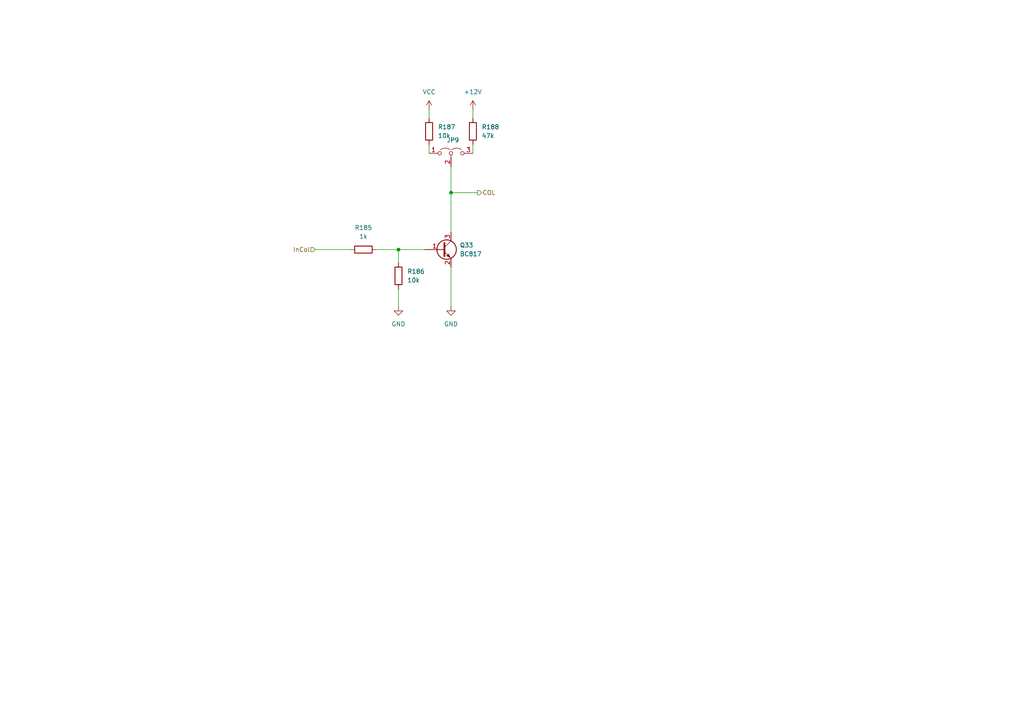
<source format=kicad_sch>
(kicad_sch (version 20211123) (generator eeschema)
  (paper "A4")
  (lib_symbols
    (symbol "Device:R" (pin_numbers hide) (pin_names (offset 0))
      (property "Reference" "R" (at 2.032 0 90))
      (property "Value" "R" (at 0 0 90))
      (symbol "R_0_1"
        (rectangle (start -1.016 -2.54) (end 1.016 2.54) (stroke (width 0.254)))
      )
      (symbol "R_1_1"
        (pin passive line (at 0 3.81 270) (length 1.27) (name "~") (number "1"))
        (pin passive line (at 0 -3.81 90) (length 1.27) (name "~") (number "2"))
      )
    )
    (symbol "Jumper:Jumper_3_Open" (pin_names (offset 0) hide)
      (property "Reference" "JP" (at -2.54 -2.54 0))
      (property "Value" "Jumper_3_Open" (at 0 2.794 0))
      (symbol "Jumper_3_Open_0_0"
        (circle (center -3.302 0) (radius 0.508))
        (circle (center 0 0) (radius 0.508))
        (circle (center 3.302 0) (radius 0.508))
      )
      (symbol "Jumper_3_Open_0_1"
        (arc (start -0.254 1.016) (mid -1.651 1.4992) (end -3.048 1.016))
        (polyline (pts (xy 0 -0.508) (xy 0 -1.27)))
        (arc (start 3.048 1.016) (mid 1.651 1.4992) (end 0.254 1.016))
      )
      (symbol "Jumper_3_Open_1_1"
        (pin passive line (at -6.35 0 0) (length 2.54) (name "A") (number "1"))
        (pin input line (at 0 -3.81 90) (length 2.54) (name "C") (number "2"))
        (pin passive line (at 6.35 0 180) (length 2.54) (name "B") (number "3"))
      )
    )
    (symbol "Transistor_BJT:BC817" (pin_names (offset 0) hide)
      (property "Reference" "Q" (at 5.08 1.905 0))
      (property "Value" "BC817" (at 5.08 0 0))
      (symbol "BC817_0_1"
        (polyline (pts (xy 0.635 0.635) (xy 2.54 2.54)))
        (polyline (pts (xy 0.635 -0.635) (xy 2.54 -2.54) (xy 2.54 -2.54)))
        (polyline (pts (xy 0.635 1.905) (xy 0.635 -1.905) (xy 0.635 -1.905)) (stroke (width 0.508)))
        (polyline (pts (xy 1.27 -1.778) (xy 1.778 -1.27) (xy 2.286 -2.286) (xy 1.27 -1.778) (xy 1.27 -1.778)) (fill (type outline)))
        (circle (center 1.27 0) (radius 2.8194) (stroke (width 0.254)))
      )
      (symbol "BC817_1_1"
        (pin input line (at -5.08 0 0) (length 5.715) (name "B") (number "1"))
        (pin passive line (at 2.54 -5.08 90) (length 2.54) (name "E") (number "2"))
        (pin passive line (at 2.54 5.08 270) (length 2.54) (name "C") (number "3"))
      )
    )
    (symbol "power:+12V" (power) (pin_names (offset 0))
      (property "Value" "+12V" (at 0 3.556 0))
      (symbol "+12V_0_1"
        (polyline (pts (xy -0.762 1.27) (xy 0 2.54)))
        (polyline (pts (xy 0 0) (xy 0 2.54)))
        (polyline (pts (xy 0 2.54) (xy 0.762 1.27)))
      )
      (symbol "+12V_1_1"
        (pin power_in line (at 0 0 90) (length 0) hide (name "+12V") (number "1"))
      )
    )
    (symbol "power:GND" (power) (pin_names (offset 0))
      (property "Value" "GND" (at 0 -3.81 0))
      (symbol "GND_0_1"
        (polyline (pts (xy 0 0) (xy 0 -1.27) (xy 1.27 -1.27) (xy 0 -2.54) (xy -1.27 -1.27) (xy 0 -1.27)))
      )
      (symbol "GND_1_1"
        (pin power_in line (at 0 0 270) (length 0) hide (name "GND") (number "1"))
      )
    )
    (symbol "power:VCC" (power) (pin_names (offset 0))
      (property "Value" "VCC" (at 0 3.81 0))
      (symbol "VCC_0_1"
        (polyline (pts (xy -0.762 1.27) (xy 0 2.54)))
        (polyline (pts (xy 0 0) (xy 0 2.54)))
        (polyline (pts (xy 0 2.54) (xy 0.762 1.27)))
      )
      (symbol "VCC_1_1"
        (pin power_in line (at 0 0 90) (length 0) hide (name "VCC") (number "1"))
      )
    )
  )
  (junction (at 130.81 55.88))
  (junction (at 115.57 72.39))
  (wire (pts (xy 130.81 77.47) (xy 130.81 88.9)))
  (wire (pts (xy 137.16 31.75) (xy 137.16 34.29)))
  (wire (pts (xy 124.46 31.75) (xy 124.46 34.29)))
  (wire (pts (xy 130.81 48.26) (xy 130.81 55.88)))
  (wire (pts (xy 115.57 83.82) (xy 115.57 88.9)))
  (wire (pts (xy 124.46 41.91) (xy 124.46 44.45)))
  (wire (pts (xy 115.57 72.39) (xy 123.19 72.39)))
  (wire (pts (xy 137.16 41.91) (xy 137.16 44.45)))
  (wire (pts (xy 91.44 72.39) (xy 101.6 72.39)))
  (wire (pts (xy 115.57 76.2) (xy 115.57 72.39)))
  (wire (pts (xy 130.81 55.88) (xy 138.43 55.88)))
  (wire (pts (xy 130.81 55.88) (xy 130.81 67.31)))
  (wire (pts (xy 109.22 72.39) (xy 115.57 72.39)))
  (hierarchical_label "COL" (shape output) (at 138.43 55.88 0))
  (hierarchical_label "InCol" (shape input) (at 91.44 72.39 180))
  (symbol (lib_id "Device:R") (at 115.57 80.01 0)
    (property "Reference" "R186" (at 118.11 78.7399 0) (effects (justify left)))
    (property "Value" "10k" (at 118.11 81.2799 0) (effects (justify left)))
    (property "Footprint" "Resistor_SMD:R_0805_2012Metric_Pad1.20x1.40mm_HandSolder" (effects hide))
  )
  (symbol (lib_id "Device:R") (at 137.16 38.1 0)
    (property "Reference" "R188" (at 139.7 36.8299 0) (effects (justify left)))
    (property "Value" "47k" (at 139.7 39.3699 0) (effects (justify left)))
    (property "Footprint" "Resistor_SMD:R_0805_2012Metric_Pad1.20x1.40mm_HandSolder" (effects hide))
  )
  (symbol (lib_id "Jumper:Jumper_3_Open") (at 130.81 44.45 0)
    (property "Reference" "JP9" (at 129.54 40.64 0) (effects (justify left)))
    (property "Value" "Jumper_3_Open" (effects hide))
    (property "Footprint" "Connector_PinHeader_2.54mm:PinHeader_1x03_P2.54mm_Vertical" (effects hide))
  )
  (symbol (lib_id "Device:R") (at 124.46 38.1 0)
    (property "Reference" "R187" (at 127 36.8299 0) (effects (justify left)))
    (property "Value" "10k" (at 127 39.3699 0) (effects (justify left)))
    (property "Footprint" "Resistor_SMD:R_0805_2012Metric_Pad1.20x1.40mm_HandSolder" (effects hide))
  )
  (symbol (lib_id "power:GND") (at 115.57 88.9 0)
    (property "Reference" "#PWR0298" (effects hide))
    (property "Value" "GND" (at 115.57 93.98 0))
  )
  (symbol (lib_id "Transistor_BJT:BC817") (at 128.27 72.39 0)
    (property "Reference" "Q33" (at 133.35 71.1199 0) (effects (justify left)))
    (property "Value" "BC817" (at 133.35 73.6599 0) (effects (justify left)))
    (property "Footprint" "Package_TO_SOT_SMD:SOT-23" (effects hide))
    (property "Datasheet" "https://www.onsemi.com/pub/Collateral/BC818-D.pdf" (effects hide))
  )
  (symbol (lib_id "power:GND") (at 130.81 88.9 0)
    (property "Reference" "#PWR0297" (effects hide))
    (property "Value" "GND" (at 130.81 93.98 0))
  )
  (symbol (lib_id "Device:R") (at 105.41 72.39 90)
    (property "Reference" "R185" (at 105.41 66.04 90))
    (property "Value" "1k" (at 105.41 68.58 90))
    (property "Footprint" "Resistor_SMD:R_0805_2012Metric_Pad1.20x1.40mm_HandSolder" (effects hide))
  )
  (symbol (lib_id "power:VCC") (at 124.46 31.75 0)
    (property "Reference" "#PWR0299" (effects hide))
    (property "Value" "VCC" (at 124.46 26.67 0))
  )
  (symbol (lib_id "power:+12V") (at 137.16 31.75 0)
    (property "Reference" "#PWR0300" (effects hide))
    (property "Value" "+12V" (at 137.16 26.67 0))
  )
)
</source>
